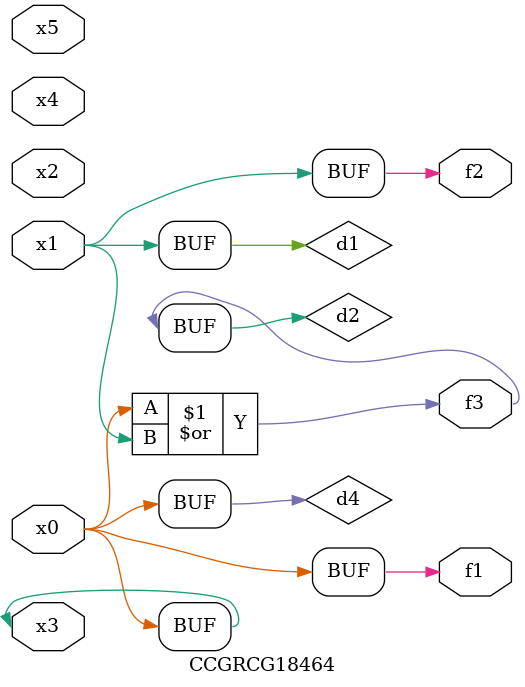
<source format=v>
module CCGRCG18464(
	input x0, x1, x2, x3, x4, x5,
	output f1, f2, f3
);

	wire d1, d2, d3, d4;

	and (d1, x1);
	or (d2, x0, x1);
	nand (d3, x0, x5);
	buf (d4, x0, x3);
	assign f1 = d4;
	assign f2 = d1;
	assign f3 = d2;
endmodule

</source>
